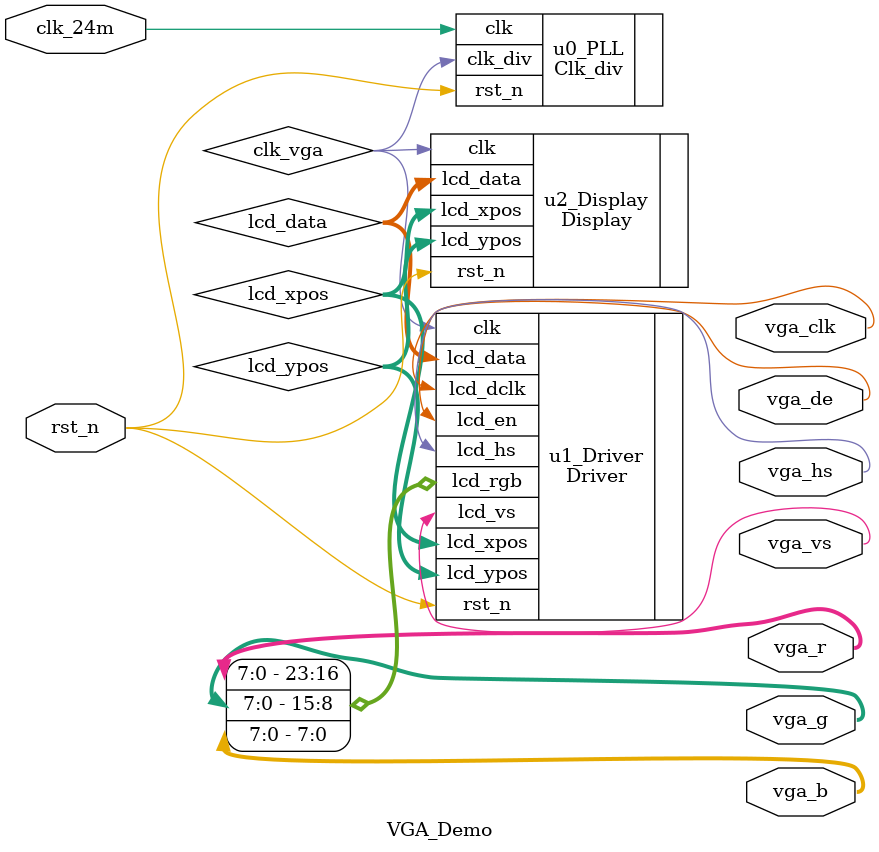
<source format=v>
`timescale 1ns/1ns
module VGA_Demo
( 
	input  wire			clk_24m,
	input  wire			rst_n,
	
	//lcd interface
	output wire			vga_clk,	//lcd pixel clock			
	output wire			vga_hs,		//lcd horizontal sync 
	output wire			vga_vs,		//lcd vertical sync

    output wire			vga_de,		//lcd data enable
    
	output wire [7:0]  	vga_r,		//lcd red data
	output wire [7:0]	vga_g,		//lcd green data
	output wire [7:0]	vga_b		//lcd blue data
);

wire	clk_vga;
wire	[11:0]	lcd_xpos;		//lcd horizontal coordinate
wire	[11:0]	lcd_ypos;		//lcd vertical coordinate
wire	[23:0]	lcd_data;		//lcd data

//sync global clock and reset signal 
Clk_div	u0_PLL
(
	.clk			(clk_24m	), 
	.rst_n			(rst_n		),	

	.clk_div		(clk_vga	)
);

//VGA driver timing
Driver u1_Driver
(
// Input
	.clk			(clk_vga				),		
	.rst_n			(rst_n					),  
	.lcd_data		(lcd_data				),
// Output 	
	.lcd_dclk		(vga_clk				),		    	
	.lcd_hs			(vga_hs					),		
	.lcd_vs			(vga_vs					),
	.lcd_en			(vga_de					),		
	.lcd_rgb		({vga_r, vga_g ,vga_b}	),	
	.lcd_xpos		(lcd_xpos				),	
	.lcd_ypos		(lcd_ypos				)
);

//lcd data simulation
Display	u2_Display
(
// Input
	.clk			(clk_vga		),		
	.rst_n			(rst_n			), 	
	.lcd_xpos		(lcd_xpos		),	
	.lcd_ypos		(lcd_ypos		),
// Output 	
	.lcd_data		(lcd_data		)
);

endmodule

</source>
